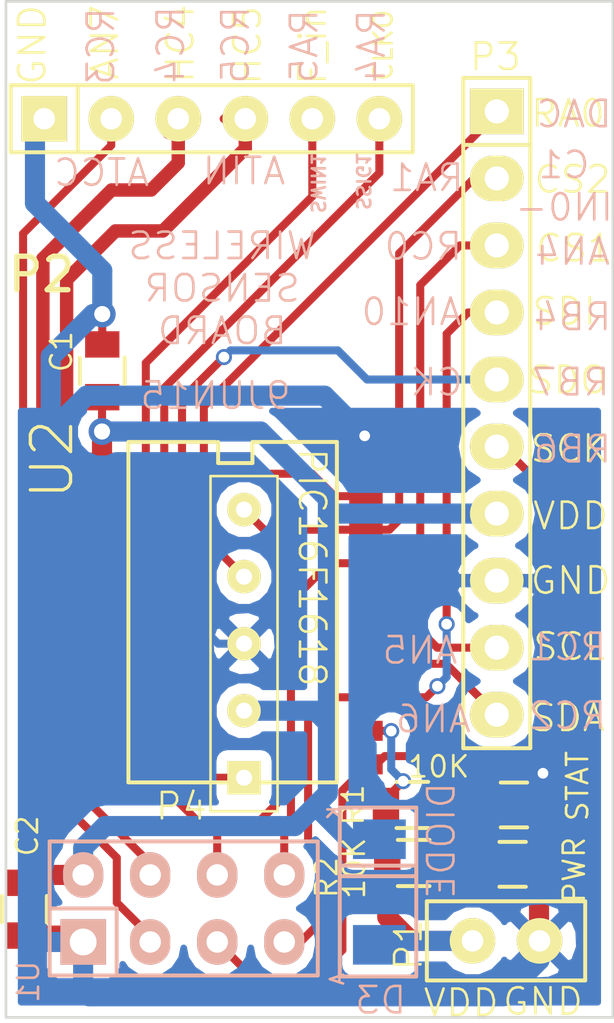
<source format=kicad_pcb>
(kicad_pcb (version 4) (host pcbnew 0.201504161001+5603~22~ubuntu14.04.1-product)

  (general
    (links 42)
    (no_connects 0)
    (area 128.412667 46.349999 151.950001 85.254)
    (thickness 1.6)
    (drawings 48)
    (tracks 224)
    (zones 0)
    (modules 13)
    (nets 24)
  )

  (page A4)
  (layers
    (0 F.Cu signal)
    (31 B.Cu signal)
    (32 B.Adhes user)
    (33 F.Adhes user)
    (34 B.Paste user)
    (35 F.Paste user)
    (36 B.SilkS user)
    (37 F.SilkS user)
    (38 B.Mask user)
    (39 F.Mask user)
    (40 Dwgs.User user)
    (41 Cmts.User user)
    (42 Eco1.User user)
    (43 Eco2.User user)
    (44 Edge.Cuts user)
    (45 Margin user)
    (46 B.CrtYd user)
    (47 F.CrtYd user)
    (48 B.Fab user)
    (49 F.Fab user)
  )

  (setup
    (last_trace_width 0.3048)
    (user_trace_width 0.508)
    (user_trace_width 0.762)
    (user_trace_width 1.016)
    (trace_clearance 0.254)
    (zone_clearance 0.4)
    (zone_45_only no)
    (trace_min 0.000394)
    (segment_width 0.2)
    (edge_width 0.1)
    (via_size 0.6096)
    (via_drill 0.4064)
    (via_min_size 0.000787)
    (via_min_drill 0.299974)
    (user_via 1.016 0.6096)
    (uvia_size 0.3)
    (uvia_drill 0.1)
    (uvias_allowed no)
    (uvia_min_size 0)
    (uvia_min_drill 0)
    (pcb_text_width 0.3)
    (pcb_text_size 1.5 1.5)
    (mod_edge_width 0.15)
    (mod_text_size 1 1)
    (mod_text_width 0.15)
    (pad_size 1.524 1.7272)
    (pad_drill 0.8128)
    (pad_to_mask_clearance 0)
    (aux_axis_origin 0 0)
    (visible_elements 7FFFFF7F)
    (pcbplotparams
      (layerselection 0x010f0_80000001)
      (usegerberextensions false)
      (excludeedgelayer true)
      (linewidth 0.100000)
      (plotframeref false)
      (viasonmask false)
      (mode 1)
      (useauxorigin false)
      (hpglpennumber 1)
      (hpglpenspeed 20)
      (hpglpendiameter 15)
      (hpglpenoverlay 2)
      (psnegative false)
      (psa4output false)
      (plotreference true)
      (plotvalue true)
      (plotinvisibletext false)
      (padsonsilk false)
      (subtractmaskfromsilk false)
      (outputformat 1)
      (mirror false)
      (drillshape 0)
      (scaleselection 1)
      (outputdirectory Gerber/))
  )

  (net 0 "")
  (net 1 "Net-(D1-Pad1)")
  (net 2 GND)
  (net 3 "Net-(D2-Pad1)")
  (net 4 /VDD)
  (net 5 /RA0)
  (net 6 /RA1)
  (net 7 /RC0)
  (net 8 /RA4)
  (net 9 /RA5)
  (net 10 /SDI)
  (net 11 /SDO)
  (net 12 /SCK)
  (net 13 /SCL)
  (net 14 /SDA)
  (net 15 /MCLR)
  (net 16 /RC3)
  (net 17 /RC4)
  (net 18 /RC5)
  (net 19 "Net-(R1-Pad1)")
  (net 20 "Net-(U1-Pad3)")
  (net 21 "Net-(U1-Pad4)")
  (net 22 /RA2)
  (net 23 "Net-(D3-Pad1)")

  (net_class Default "This is the default net class."
    (clearance 0.254)
    (trace_width 0.3048)
    (via_dia 0.6096)
    (via_drill 0.4064)
    (uvia_dia 0.3)
    (uvia_drill 0.1)
    (add_net /MCLR)
    (add_net /RA0)
    (add_net /RA1)
    (add_net /RA2)
    (add_net /RA4)
    (add_net /RA5)
    (add_net /RC0)
    (add_net /RC3)
    (add_net /RC4)
    (add_net /RC5)
    (add_net /SCK)
    (add_net /SCL)
    (add_net /SDA)
    (add_net /SDI)
    (add_net /SDO)
    (add_net /VDD)
    (add_net GND)
    (add_net "Net-(D1-Pad1)")
    (add_net "Net-(D2-Pad1)")
    (add_net "Net-(D3-Pad1)")
    (add_net "Net-(R1-Pad1)")
    (add_net "Net-(U1-Pad3)")
    (add_net "Net-(U1-Pad4)")
  )

  (module MyLib:C_0805 (layer F.Cu) (tedit 55337CD7) (tstamp 557570B9)
    (at 132.55 60.4 90)
    (descr "Capacitor SMD 0805, reflow soldering, AVX (see smccp.pdf), AVX (see smccp.pdf)")
    (tags "capacitor 0805")
    (path /5570125F)
    (attr smd)
    (fp_text reference C1 (at 0.725 -1.55 90) (layer F.SilkS)
      (effects (font (size 0.8 0.8) (thickness 0.1)))
    )
    (fp_text value .1u (at -0.05 0.05 90) (layer F.SilkS) hide
      (effects (font (size 0.8 0.8) (thickness 0.1)))
    )
    (fp_line (start 0.5 -0.85) (end -0.5 -0.85) (layer F.SilkS) (width 0.15))
    (fp_line (start -0.5 0.85) (end 0.5 0.85) (layer F.SilkS) (width 0.15))
    (pad 1 smd rect (at -1 0 90) (size 1 1.3) (layers F.Cu F.Paste F.Mask)
      (net 4 /VDD))
    (pad 2 smd rect (at 1 0 90) (size 1 1.3) (layers F.Cu F.Paste F.Mask)
      (net 2 GND))
    (model Capacitors_SMD/C_0805N.wrl
      (at (xyz 0 0 0))
      (scale (xyz 1 1 1))
      (rotate (xyz 0 0 0))
    )
  )

  (module MyLib:C_0805 (layer F.Cu) (tedit 55763E20) (tstamp 557570BF)
    (at 129.6 80.8 90)
    (descr "Capacitor SMD 0805, reflow soldering, AVX (see smccp.pdf), AVX (see smccp.pdf)")
    (tags "capacitor 0805")
    (path /55701252)
    (attr smd)
    (fp_text reference C2 (at 2.7752 0.1108 90) (layer F.SilkS)
      (effects (font (size 0.8 0.8) (thickness 0.1)))
    )
    (fp_text value .1u (at -0.05 0.05 90) (layer F.SilkS) hide
      (effects (font (size 0.8 0.8) (thickness 0.1)))
    )
    (fp_line (start 0.5 -0.85) (end -0.5 -0.85) (layer F.SilkS) (width 0.15))
    (fp_line (start -0.5 0.85) (end 0.5 0.85) (layer F.SilkS) (width 0.15))
    (pad 1 smd rect (at -1 0 90) (size 1 1.3) (layers F.Cu F.Paste F.Mask)
      (net 2 GND))
    (pad 2 smd rect (at 1 0 90) (size 1 1.3) (layers F.Cu F.Paste F.Mask)
      (net 4 /VDD))
    (model Capacitors_SMD/C_0805N.wrl
      (at (xyz 0 0 0))
      (scale (xyz 1 1 1))
      (rotate (xyz 0 0 0))
    )
  )

  (module MyLib:C_0805 (layer F.Cu) (tedit 557667D4) (tstamp 557570C5)
    (at 148.15 76.85)
    (descr "Capacitor SMD 0805, reflow soldering, AVX (see smccp.pdf), AVX (see smccp.pdf)")
    (tags "capacitor 0805")
    (path /55755E31)
    (attr smd)
    (fp_text reference STAT (at 2.4085 -0.7135 90) (layer F.SilkS)
      (effects (font (size 0.8 0.8) (thickness 0.1)))
    )
    (fp_text value LED (at -0.05 0.05) (layer F.SilkS) hide
      (effects (font (size 0.8 0.8) (thickness 0.1)))
    )
    (fp_line (start 0.5 -0.85) (end -0.5 -0.85) (layer F.SilkS) (width 0.15))
    (fp_line (start -0.5 0.85) (end 0.5 0.85) (layer F.SilkS) (width 0.15))
    (pad 1 smd rect (at -1 0) (size 1 1.3) (layers F.Cu F.Paste F.Mask)
      (net 1 "Net-(D1-Pad1)"))
    (pad 2 smd rect (at 1 0) (size 1 1.3) (layers F.Cu F.Paste F.Mask)
      (net 2 GND))
    (model Capacitors_SMD/C_0805N.wrl
      (at (xyz 0 0 0))
      (scale (xyz 1 1 1))
      (rotate (xyz 0 0 0))
    )
  )

  (module MyLib:C_0805 (layer F.Cu) (tedit 557667DC) (tstamp 557570CB)
    (at 148.1 79.1)
    (descr "Capacitor SMD 0805, reflow soldering, AVX (see smccp.pdf), AVX (see smccp.pdf)")
    (tags "capacitor 0805")
    (path /557558D8)
    (attr smd)
    (fp_text reference PWR (at 2.3315 0.2115 270) (layer F.SilkS)
      (effects (font (size 0.8 0.8) (thickness 0.1)))
    )
    (fp_text value LED (at -0.05 0.05) (layer F.SilkS) hide
      (effects (font (size 0.8 0.8) (thickness 0.1)))
    )
    (fp_line (start 0.5 -0.85) (end -0.5 -0.85) (layer F.SilkS) (width 0.15))
    (fp_line (start -0.5 0.85) (end 0.5 0.85) (layer F.SilkS) (width 0.15))
    (pad 1 smd rect (at -1 0) (size 1 1.3) (layers F.Cu F.Paste F.Mask)
      (net 3 "Net-(D2-Pad1)"))
    (pad 2 smd rect (at 1 0) (size 1 1.3) (layers F.Cu F.Paste F.Mask)
      (net 2 GND))
    (model Capacitors_SMD/C_0805N.wrl
      (at (xyz 0 0 0))
      (scale (xyz 1 1 1))
      (rotate (xyz 0 0 0))
    )
  )

  (module MyLib:myPin_Header_Straight_1x02 (layer F.Cu) (tedit 55764803) (tstamp 557570D1)
    (at 147.85 82 180)
    (descr "Through hole pin header")
    (tags "pin header")
    (path /55701213)
    (fp_text reference P1 (at 3.7 -0.15 270) (layer F.SilkS)
      (effects (font (size 1 1) (thickness 0.1)))
    )
    (fp_text value POWER (at 0.05 0.25 180) (layer F.SilkS) hide
      (effects (font (size 1 1) (thickness 0.1)))
    )
    (fp_line (start -3 -1.5) (end 3 -1.5) (layer F.SilkS) (width 0.15))
    (fp_line (start 3 -1.5) (end 3 1.5) (layer F.SilkS) (width 0.15))
    (fp_line (start 3 1.5) (end -3 1.5) (layer F.SilkS) (width 0.15))
    (fp_line (start -3 1.5) (end -3 -1.5) (layer F.SilkS) (width 0.15))
    (pad 1 thru_hole circle (at -1.27 0 180) (size 1.7272 1.7272) (drill 0.8128) (layers *.Cu *.Mask F.SilkS)
      (net 2 GND))
    (pad 2 thru_hole circle (at 1.27 0 180) (size 1.7272 1.7272) (drill 0.8128) (layers *.Cu *.Mask F.SilkS)
      (net 23 "Net-(D3-Pad1)"))
    (model Pin_Headers/Pin_Header_Straight_1x06.wrl
      (at (xyz 0 0 0))
      (scale (xyz 1 1 1))
      (rotate (xyz 0 0 0))
    )
  )

  (module MyLib:Pin_Header_Straight_1x10-oval (layer F.Cu) (tedit 55765548) (tstamp 557570E5)
    (at 147.5 62 270)
    (descr "Through hole pin header")
    (tags "pin header")
    (path /55753087)
    (fp_text reference P3 (at -13.5 0.05 360) (layer F.SilkS)
      (effects (font (size 1 1) (thickness 0.1)))
    )
    (fp_text value I2C/SPI (at 0 0 270) (layer F.SilkS) hide
      (effects (font (size 1.27 1.27) (thickness 0.2032)))
    )
    (fp_line (start -10.16 -1.27) (end 12.7 -1.27) (layer F.SilkS) (width 0.15))
    (fp_line (start 12.7 -1.27) (end 12.7 1.27) (layer F.SilkS) (width 0.15))
    (fp_line (start 12.7 1.27) (end -10.16 1.27) (layer F.SilkS) (width 0.15))
    (fp_line (start -12.7 -1.27) (end -10.16 -1.27) (layer F.SilkS) (width 0.15))
    (fp_line (start -10.16 -1.27) (end -10.16 1.27) (layer F.SilkS) (width 0.15))
    (fp_line (start -12.7 -1.27) (end -12.7 1.27) (layer F.SilkS) (width 0.15))
    (fp_line (start -12.7 1.27) (end -10.16 1.27) (layer F.SilkS) (width 0.15))
    (pad 1 thru_hole rect (at -11.43 0 270) (size 1.7272 2.032) (drill 0.9144) (layers *.Cu *.Mask F.SilkS)
      (net 5 /RA0))
    (pad 2 thru_hole oval (at -8.89 0 270) (size 1.7272 2.032) (drill 0.9144) (layers *.Cu *.Mask F.SilkS)
      (net 6 /RA1))
    (pad 3 thru_hole oval (at -6.35 0 270) (size 1.7272 2.032) (drill 0.9144) (layers *.Cu *.Mask F.SilkS)
      (net 7 /RC0))
    (pad 4 thru_hole oval (at -3.81 0 270) (size 1.7272 2.032) (drill 0.9144) (layers *.Cu *.Mask F.SilkS)
      (net 10 /SDI))
    (pad 5 thru_hole oval (at -1.27 0 270) (size 1.7272 2.032) (drill 0.9144) (layers *.Cu *.Mask F.SilkS)
      (net 11 /SDO))
    (pad 6 thru_hole oval (at 1.27 0 270) (size 1.7272 2.032) (drill 0.9144) (layers *.Cu *.Mask F.SilkS)
      (net 12 /SCK))
    (pad 7 thru_hole oval (at 3.81 0 270) (size 1.7272 2.032) (drill 0.9144) (layers *.Cu *.Mask F.SilkS)
      (net 4 /VDD))
    (pad 8 thru_hole oval (at 6.35 0 270) (size 1.7272 2.032) (drill 0.9144) (layers *.Cu *.Mask F.SilkS)
      (net 2 GND))
    (pad 9 thru_hole oval (at 8.89 0 270) (size 1.7272 2.032) (drill 0.9144) (layers *.Cu *.Mask F.SilkS)
      (net 13 /SCL))
    (pad 10 thru_hole oval (at 11.43 0 270) (size 1.7272 2.032) (drill 0.9144) (layers *.Cu *.Mask F.SilkS)
      (net 14 /SDA))
    (model Pin_Headers/Pin_Header_Straight_1x10.wrl
      (at (xyz 0 0 0))
      (scale (xyz 1 1 1))
      (rotate (xyz 0 0 0))
    )
  )

  (module MyLib:PICKIT-PROG (layer F.Cu) (tedit 5576461A) (tstamp 557570EE)
    (at 137.922 70.739 90)
    (descr "Through hole pin header")
    (tags "pin header")
    (path /55702D41)
    (fp_text reference P4 (at -6.161 -2.372 180) (layer F.SilkS)
      (effects (font (size 1 1) (thickness 0.1)))
    )
    (fp_text value PROG (at 0.3 1.8 90) (layer F.SilkS) hide
      (effects (font (size 1.27 1.27) (thickness 0.2032)))
    )
    (fp_line (start -6.35 -1.27) (end 6.35 -1.27) (layer F.SilkS) (width 0.1))
    (fp_line (start 6.35 -1.27) (end 6.35 1.27) (layer F.SilkS) (width 0.1))
    (fp_line (start 6.35 1.27) (end -6.35 1.27) (layer F.SilkS) (width 0.1))
    (fp_line (start -6.35 1.27) (end -6.35 -1.27) (layer F.SilkS) (width 0.1))
    (pad 1 thru_hole rect (at -5.08 0 90) (size 1.27 1.27) (drill 0.6096) (layers *.Cu *.Mask F.SilkS)
      (net 15 /MCLR))
    (pad 2 thru_hole circle (at -2.54 0 90) (size 1.27 1.27) (drill 0.6096) (layers *.Cu *.Mask F.SilkS)
      (net 4 /VDD))
    (pad 3 thru_hole circle (at 0 0 90) (size 1.27 1.27) (drill 0.6096) (layers *.Cu *.Mask F.SilkS)
      (net 2 GND))
    (pad 4 thru_hole circle (at 2.54 0 90) (size 1.27 1.27) (drill 0.6096) (layers *.Cu *.Mask F.SilkS)
      (net 5 /RA0))
    (pad 5 thru_hole circle (at 5.08 0 90) (size 1.27 1.27) (drill 0.6096) (layers *.Cu *.Mask F.SilkS)
      (net 6 /RA1))
    (model Pin_Headers/Pin_Header_Straight_1x06.wrl
      (at (xyz 0 0 0))
      (scale (xyz 1 1 1))
      (rotate (xyz 0 0 0))
    )
  )

  (module MyLib:R_0805 (layer F.Cu) (tedit 557646AE) (tstamp 557570FC)
    (at 144.3 76.85)
    (descr "Resistor SMD 0805, reflow soldering, Vishay (see dcrcw.pdf)")
    (tags "resistor 0805")
    (path /55755E06)
    (attr smd)
    (fp_text reference R1 (at -2.25 0 90) (layer F.SilkS)
      (effects (font (size 0.8 0.8) (thickness 0.1)))
    )
    (fp_text value 10K (at 1 -1.45) (layer F.SilkS)
      (effects (font (size 0.8 0.8) (thickness 0.1)))
    )
    (fp_line (start 0.6 0.875) (end -0.6 0.875) (layer F.SilkS) (width 0.15))
    (fp_line (start -0.6 -0.875) (end 0.6 -0.875) (layer F.SilkS) (width 0.15))
    (pad 1 smd rect (at -1 0) (size 1 1.3) (layers F.Cu F.Paste F.Mask)
      (net 19 "Net-(R1-Pad1)"))
    (pad 2 smd rect (at 1 0) (size 1 1.3) (layers F.Cu F.Paste F.Mask)
      (net 1 "Net-(D1-Pad1)"))
    (model Resistors_SMD/R_0805.wrl
      (at (xyz 0 0 0))
      (scale (xyz 1 1 1))
      (rotate (xyz 0 0 0))
    )
  )

  (module MyLib:R_0805 (layer F.Cu) (tedit 55765A0A) (tstamp 55757102)
    (at 144.35 79.05 180)
    (descr "Resistor SMD 0805, reflow soldering, Vishay (see dcrcw.pdf)")
    (tags "resistor 0805")
    (path /55755A2C)
    (attr smd)
    (fp_text reference R2 (at 3.3 -0.55 270) (layer F.SilkS)
      (effects (font (size 0.8 0.8) (thickness 0.1)))
    )
    (fp_text value 10K (at 2.25 -0.2 270) (layer F.SilkS)
      (effects (font (size 0.8 0.8) (thickness 0.1)))
    )
    (fp_line (start 0.6 0.875) (end -0.6 0.875) (layer F.SilkS) (width 0.15))
    (fp_line (start -0.6 -0.875) (end 0.6 -0.875) (layer F.SilkS) (width 0.15))
    (pad 1 smd rect (at -1 0 180) (size 1 1.3) (layers F.Cu F.Paste F.Mask)
      (net 3 "Net-(D2-Pad1)"))
    (pad 2 smd rect (at 1 0 180) (size 1 1.3) (layers F.Cu F.Paste F.Mask)
      (net 23 "Net-(D3-Pad1)"))
    (model Resistors_SMD/R_0805.wrl
      (at (xyz 0 0 0))
      (scale (xyz 1 1 1))
      (rotate (xyz 0 0 0))
    )
  )

  (module MyLib:SOIC-20-W (layer F.Cu) (tedit 55764103) (tstamp 55757126)
    (at 137.541 69.596 270)
    (path /55701205)
    (attr smd)
    (fp_text reference U2 (at -5.846 6.891 270) (layer F.SilkS)
      (effects (font (thickness 0.127)))
    )
    (fp_text value PIC16F1618 (at 0.104 2.491 270) (layer F.SilkS) hide
      (effects (font (size 1 1) (thickness 0.1)))
    )
    (fp_line (start -6.5 4) (end -6.5 0.7) (layer F.SilkS) (width 0.15))
    (fp_line (start -6.5 4) (end 6.4 4) (layer F.SilkS) (width 0.15))
    (fp_line (start 6.4 4) (end 6.4 -3.9) (layer F.SilkS) (width 0.15))
    (fp_line (start 6.4 -3.9) (end -6.5 -3.9) (layer F.SilkS) (width 0.15))
    (fp_line (start -6.5 -3.9) (end -6.5 -0.7) (layer F.SilkS) (width 0.15))
    (fp_line (start -6.5 -0.7) (end -5.7 -0.7) (layer F.SilkS) (width 0.15))
    (fp_line (start -5.7 -0.7) (end -5.7 0.6) (layer F.SilkS) (width 0.15))
    (fp_line (start -5.7 0.6) (end -6.5 0.6) (layer F.SilkS) (width 0.15))
    (pad 1 smd rect (at -5.715 5 270) (size 0.762 1.27) (layers F.Cu F.Paste F.Mask)
      (net 4 /VDD))
    (pad 2 smd rect (at -4.445 5 270) (size 0.762 1.27) (layers F.Cu F.Paste F.Mask)
      (net 9 /RA5))
    (pad 3 smd rect (at -3.175 5 270) (size 0.762 1.27) (layers F.Cu F.Paste F.Mask)
      (net 8 /RA4))
    (pad 4 smd rect (at -1.905 5 270) (size 0.762 1.27) (layers F.Cu F.Paste F.Mask)
      (net 15 /MCLR))
    (pad 5 smd rect (at -0.635 5 270) (size 0.762 1.27) (layers F.Cu F.Paste F.Mask)
      (net 18 /RC5))
    (pad 6 smd rect (at 0.635 5 270) (size 0.762 1.27) (layers F.Cu F.Paste F.Mask)
      (net 17 /RC4))
    (pad 7 smd rect (at 1.905 5 270) (size 0.762 1.27) (layers F.Cu F.Paste F.Mask)
      (net 16 /RC3))
    (pad 8 smd rect (at 3.175 5 270) (size 0.762 1.27) (layers F.Cu F.Paste F.Mask)
      (net 20 "Net-(U1-Pad3)"))
    (pad 9 smd rect (at 4.445 5 270) (size 0.762 1.27) (layers F.Cu F.Paste F.Mask)
      (net 21 "Net-(U1-Pad4)"))
    (pad 10 smd rect (at 5.715 5 270) (size 0.762 1.27) (layers F.Cu F.Paste F.Mask)
      (net 11 /SDO))
    (pad 20 smd rect (at -5.715 -5 270) (size 0.762 1.27) (layers F.Cu F.Paste F.Mask)
      (net 2 GND))
    (pad 19 smd rect (at -4.445 -5 270) (size 0.762 1.27) (layers F.Cu F.Paste F.Mask)
      (net 5 /RA0))
    (pad 18 smd rect (at -3.175 -5 270) (size 0.762 1.27) (layers F.Cu F.Paste F.Mask)
      (net 6 /RA1))
    (pad 17 smd rect (at -1.905 -5 270) (size 0.762 1.27) (layers F.Cu F.Paste F.Mask)
      (net 22 /RA2))
    (pad 16 smd rect (at -0.635 -5 270) (size 0.762 1.27) (layers F.Cu F.Paste F.Mask)
      (net 7 /RC0))
    (pad 15 smd rect (at 0.635 -5 270) (size 0.762 1.27) (layers F.Cu F.Paste F.Mask)
      (net 13 /SCL))
    (pad 14 smd rect (at 1.905 -5 270) (size 0.762 1.27) (layers F.Cu F.Paste F.Mask)
      (net 14 /SDA))
    (pad 13 smd rect (at 3.175 -5 270) (size 0.762 1.27) (layers F.Cu F.Paste F.Mask)
      (net 10 /SDI))
    (pad 12 smd rect (at 4.445 -5 270) (size 0.762 1.27) (layers F.Cu F.Paste F.Mask)
      (net 19 "Net-(R1-Pad1)"))
    (pad 11 smd rect (at 5.715 -5 270) (size 0.762 1.27) (layers F.Cu F.Paste F.Mask)
      (net 12 /SCK))
    (model smd/cms_soj24.wrl
      (at (xyz 0 0 0))
      (scale (xyz 0.5 0.6 0.5))
      (rotate (xyz 0 0 0))
    )
  )

  (module MyLib:NRF-8PIN (layer B.Cu) (tedit 55764669) (tstamp 55764328)
    (at 135.636 80.772 180)
    (descr "Through hole socket strip")
    (tags "socket strip")
    (path /5570120C)
    (fp_text reference U1 (at 5.886 -2.778 270) (layer B.SilkS)
      (effects (font (size 0.8 0.8) (thickness 0.1)) (justify mirror))
    )
    (fp_text value NRF24L01 (at -0.125 -0.699999 180) (layer B.SilkS) hide
      (effects (font (size 1.27 1.27) (thickness 0.2032)) (justify mirror))
    )
    (fp_line (start 2.54 -2.54) (end -5.08 -2.54) (layer B.SilkS) (width 0.15))
    (fp_line (start -5.08 -2.54) (end -5.08 2.54) (layer B.SilkS) (width 0.15))
    (fp_line (start -5.08 2.54) (end 5.08 2.54) (layer B.SilkS) (width 0.15))
    (fp_line (start 5.08 2.54) (end 5.08 0) (layer B.SilkS) (width 0.15))
    (fp_line (start 5.08 -2.54) (end 2.54 -2.54) (layer B.SilkS) (width 0.15))
    (fp_line (start 5.08 0) (end 2.54 0) (layer B.SilkS) (width 0.15))
    (fp_line (start 2.54 0) (end 2.54 -2.54) (layer B.SilkS) (width 0.15))
    (fp_line (start 5.08 -2.54) (end 5.08 0) (layer B.SilkS) (width 0.15))
    (pad 1 thru_hole rect (at 3.81 -1.27) (size 1.7272 1.7272) (drill 1.016) (layers *.Cu *.Mask B.SilkS)
      (net 2 GND))
    (pad 2 thru_hole oval (at 3.81 1.27) (size 1.524 1.7272) (drill 0.8128) (layers *.Cu *.Mask B.SilkS)
      (net 4 /VDD))
    (pad 3 thru_hole oval (at 1.27 -1.27) (size 1.524 1.7272) (drill 0.8128) (layers *.Cu *.Mask B.SilkS)
      (net 20 "Net-(U1-Pad3)"))
    (pad 4 thru_hole oval (at 1.27 1.27) (size 1.524 1.7272) (drill 0.8128) (layers *.Cu *.Mask B.SilkS)
      (net 21 "Net-(U1-Pad4)"))
    (pad 5 thru_hole oval (at -1.27 -1.27) (size 1.524 1.7272) (drill 0.8128) (layers *.Cu *.Mask B.SilkS)
      (net 12 /SCK))
    (pad 6 thru_hole oval (at -1.27 1.27) (size 1.524 1.7272) (drill 0.8128) (layers *.Cu *.Mask B.SilkS)
      (net 11 /SDO))
    (pad 7 thru_hole oval (at -3.81 -1.27) (size 1.524 1.7272) (drill 0.8128) (layers *.Cu *.Mask B.SilkS)
      (net 10 /SDI))
    (pad 8 thru_hole oval (at -3.81 1.27) (size 1.524 1.7272) (drill 0.8128) (layers *.Cu *.Mask B.SilkS)
      (net 22 /RA2))
    (model Socket_Strips/Socket_Strip_Straight_2x04.wrl
      (at (xyz 0 0 0))
      (scale (xyz 1 1 1))
      (rotate (xyz 0 0 0))
    )
  )

  (module MyLib:myPin_Header_Straight_1x06 (layer F.Cu) (tedit 55765395) (tstamp 55765385)
    (at 136.7 50.85)
    (descr "Through hole pin header")
    (tags "pin header")
    (path /5576A785)
    (fp_text reference P2 (at -6.45 5.9) (layer F.SilkS)
      (effects (font (size 1.27 1.27) (thickness 0.2032)))
    )
    (fp_text value gpio (at 0.3 1.8) (layer F.SilkS) hide
      (effects (font (size 1.27 1.27) (thickness 0.2032)))
    )
    (fp_line (start -5.08 -1.27) (end 7.62 -1.27) (layer F.SilkS) (width 0.15))
    (fp_line (start 7.62 -1.27) (end 7.62 1.27) (layer F.SilkS) (width 0.15))
    (fp_line (start 7.62 1.27) (end -5.08 1.27) (layer F.SilkS) (width 0.15))
    (fp_line (start -7.62 -1.27) (end -5.08 -1.27) (layer F.SilkS) (width 0.15))
    (fp_line (start -5.08 -1.27) (end -5.08 1.27) (layer F.SilkS) (width 0.15))
    (fp_line (start -7.62 -1.27) (end -7.62 1.27) (layer F.SilkS) (width 0.15))
    (fp_line (start -7.62 1.27) (end -5.08 1.27) (layer F.SilkS) (width 0.15))
    (pad 1 thru_hole rect (at -6.35 0) (size 1.7272 1.7272) (drill 0.8128) (layers *.Cu *.Mask F.SilkS)
      (net 2 GND))
    (pad 2 thru_hole circle (at -3.81 0) (size 1.7272 1.7272) (drill 0.8128) (layers *.Cu *.Mask F.SilkS)
      (net 16 /RC3))
    (pad 3 thru_hole circle (at -1.27 0) (size 1.7272 1.7272) (drill 0.8128) (layers *.Cu *.Mask F.SilkS)
      (net 17 /RC4))
    (pad 4 thru_hole circle (at 1.27 0) (size 1.7272 1.7272) (drill 0.8128) (layers *.Cu *.Mask F.SilkS)
      (net 18 /RC5))
    (pad 5 thru_hole circle (at 3.81 0) (size 1.7272 1.7272) (drill 0.8128) (layers *.Cu *.Mask F.SilkS)
      (net 9 /RA5))
    (pad 6 thru_hole circle (at 6.35 0) (size 1.7272 1.7272) (drill 0.8128) (layers *.Cu *.Mask F.SilkS)
      (net 8 /RA4))
    (model Pin_Headers/Pin_Header_Straight_1x06.wrl
      (at (xyz 0 0 0))
      (scale (xyz 1 1 1))
      (rotate (xyz 0 0 0))
    )
  )

  (module MyLib:Diode-SMA_Standard (layer B.Cu) (tedit 557659B5) (tstamp 557659DF)
    (at 143.05 80.15 90)
    (descr "Diode SMA")
    (tags "Diode SMA")
    (path /5576ACE9)
    (attr smd)
    (fp_text reference D3 (at -4.1 0.05 180) (layer B.SilkS)
      (effects (font (size 1 1) (thickness 0.1)) (justify mirror))
    )
    (fp_text value DIODE (at 1.95 2.35 90) (layer B.SilkS)
      (effects (font (size 1 1) (thickness 0.1)) (justify mirror))
    )
    (fp_line (start -3.2 1.3) (end -3.2 1) (layer B.SilkS) (width 0.15))
    (fp_line (start 0.6 1.2) (end 0.6 1.4) (layer B.SilkS) (width 0.15))
    (fp_line (start 1 1.3) (end 1 -1.5) (layer B.SilkS) (width 0.15))
    (fp_line (start 1 -1.5) (end 0.6 -1.5) (layer B.SilkS) (width 0.15))
    (fp_line (start 0.6 -1.5) (end 0.6 1.3) (layer B.SilkS) (width 0.15))
    (fp_line (start -3.2 1.3) (end -3.2 -1.5) (layer B.SilkS) (width 0.15))
    (fp_line (start -3.2 -1.5) (end 3.2 -1.5) (layer B.SilkS) (width 0.15))
    (fp_line (start 3.2 -1.5) (end 3.2 1.4) (layer B.SilkS) (width 0.15))
    (fp_line (start 3.2 1.4) (end -3.2 1.4) (layer B.SilkS) (width 0.15))
    (fp_line (start -3.2 1.4) (end -3.2 1.3) (layer B.SilkS) (width 0.15))
    (fp_text user A (at -3.29946 -1.6002 90) (layer B.SilkS)
      (effects (font (size 0.50038 0.50038) (thickness 0.09906)) (justify mirror))
    )
    (fp_text user K (at 2.99974 -1.69926 90) (layer B.SilkS)
      (effects (font (size 0.50038 0.50038) (thickness 0.09906)) (justify mirror))
    )
    (pad 1 smd rect (at -2 0 90) (size 1.5 2) (layers B.Cu B.Paste B.Mask)
      (net 23 "Net-(D3-Pad1)"))
    (pad 2 smd rect (at 2 0 90) (size 1.5 2) (layers B.Cu B.Paste B.Mask)
      (net 4 /VDD))
    (model smd/do214.wrl
      (at (xyz 0 0 0))
      (scale (xyz 1 1 1))
      (rotate (xyz 0 0 0))
    )
  )

  (gr_text ATCC (at 132.5245 52.8955) (layer B.SilkS)
    (effects (font (size 1 1) (thickness 0.1)) (justify mirror))
  )
  (gr_text F_in (at 140.5255 48.0695 90) (layer F.SilkS)
    (effects (font (size 1 1) (thickness 0.1)))
  )
  (gr_text CLKO (at 143.1925 48.0695 90) (layer F.SilkS)
    (effects (font (size 0.7 0.7) (thickness 0.1)))
  )
  (gr_text SSIG1 (at 142.4305 53.213 270) (layer B.SilkS)
    (effects (font (size 0.5 0.5) (thickness 0.1)) (justify mirror))
  )
  (gr_text SWIN1 (at 140.716 53.2765 270) (layer B.SilkS)
    (effects (font (size 0.5 0.5) (thickness 0.1)) (justify mirror))
  )
  (gr_text ATIN (at 137.922 52.832) (layer B.SilkS)
    (effects (font (size 1 1) (thickness 0.1)) (justify mirror))
  )
  (gr_text HC5 (at 138.049 48.0695 90) (layer F.SilkS)
    (effects (font (size 1 1) (thickness 0.1)))
  )
  (gr_text HC4 (at 135.509 48.006 90) (layer F.SilkS)
    (effects (font (size 1 1) (thickness 0.1)))
  )
  (gr_text AN7 (at 132.6515 47.9425 90) (layer F.SilkS)
    (effects (font (size 1 1) (thickness 0.1)))
  )
  (gr_text CS1 (at 150.4315 55.753) (layer F.SilkS)
    (effects (font (size 1 1) (thickness 0.1)))
  )
  (gr_text CS2 (at 150.368 53.1495) (layer F.SilkS)
    (effects (font (size 1 1) (thickness 0.1)))
  )
  (gr_text RC2 (at 150.1775 73.4695) (layer B.SilkS)
    (effects (font (size 1 1) (thickness 0.1)) (justify mirror))
  )
  (gr_text RC1 (at 150.1775 70.866) (layer B.SilkS)
    (effects (font (size 1 1) (thickness 0.1)) (justify mirror))
  )
  (gr_text AN6 (at 145.0975 73.5965) (layer B.SilkS)
    (effects (font (size 1 1) (thickness 0.1)) (justify mirror))
  )
  (gr_text AN5 (at 144.5895 70.993) (layer B.SilkS)
    (effects (font (size 1 1) (thickness 0.1)) (justify mirror))
  )
  (gr_text RB4 (at 150.368 58.3565) (layer B.SilkS)
    (effects (font (size 1 1) (thickness 0.1)) (justify mirror))
  )
  (gr_text RB7 (at 150.3045 60.833) (layer B.SilkS)
    (effects (font (size 1 1) (thickness 0.1)) (justify mirror))
  )
  (gr_text RB6 (at 150.368 63.373) (layer B.SilkS)
    (effects (font (size 1 1) (thickness 0.1)) (justify mirror))
  )
  (gr_text CK (at 145.2245 60.833) (layer B.SilkS)
    (effects (font (size 1 1) (thickness 0.1)) (justify mirror))
  )
  (gr_text AN10 (at 144.272 58.166) (layer B.SilkS)
    (effects (font (size 1 1) (thickness 0.1)) (justify mirror))
  )
  (gr_text AN4 (at 150.368 55.88) (layer B.SilkS)
    (effects (font (size 1 1) (thickness 0.1)) (justify mirror))
  )
  (gr_text "C1\nIN0-" (at 150.0505 53.4035) (layer B.SilkS)
    (effects (font (size 1 1) (thickness 0.1)) (justify mirror))
  )
  (gr_text DAC (at 150.4315 50.673) (layer B.SilkS)
    (effects (font (size 1 1) (thickness 0.1)) (justify mirror))
  )
  (gr_line (start 128.9 46.4) (end 151.9 46.4) (angle 90) (layer Edge.Cuts) (width 0.1))
  (gr_line (start 128.9 84.9) (end 128.9 46.4) (angle 90) (layer Edge.Cuts) (width 0.1))
  (gr_line (start 151.9 84.9) (end 128.9 84.9) (angle 90) (layer Edge.Cuts) (width 0.1))
  (gr_line (start 151.9 46.4) (end 151.9 84.9) (angle 90) (layer Edge.Cuts) (width 0.1))
  (gr_text RC4 (at 135.15 48.05 90) (layer B.SilkS)
    (effects (font (size 1 1) (thickness 0.1)) (justify mirror))
  )
  (gr_text GND (at 149.25 84.3) (layer F.SilkS)
    (effects (font (size 1 1) (thickness 0.1)))
  )
  (gr_text VDD (at 146.15 84.35) (layer F.SilkS)
    (effects (font (size 1 1) (thickness 0.1)))
  )
  (gr_text 9JUN15 (at 136.8425 61.341) (layer B.SilkS)
    (effects (font (size 1 1) (thickness 0.1)) (justify mirror))
  )
  (gr_text "WIRELESS\nSENSOR\nBOARD" (at 137.0965 57.277) (layer B.SilkS)
    (effects (font (size 1 1) (thickness 0.1)) (justify mirror))
  )
  (gr_text RA4 (at 142.75 48.1 90) (layer B.SilkS)
    (effects (font (size 1 1) (thickness 0.1)) (justify mirror))
  )
  (gr_text RA5 (at 140.2 48.1 90) (layer B.SilkS)
    (effects (font (size 1 1) (thickness 0.1)) (justify mirror))
  )
  (gr_text RC5 (at 137.6 48.05 90) (layer B.SilkS)
    (effects (font (size 1 1) (thickness 0.1)) (justify mirror))
  )
  (gr_text RC3 (at 132.5 48.1 90) (layer B.SilkS)
    (effects (font (size 1 1) (thickness 0.1)) (justify mirror))
  )
  (gr_text SDA (at 150.2 73.55) (layer F.SilkS)
    (effects (font (size 1 1) (thickness 0.1)))
  )
  (gr_text SCL (at 150.25 70.85) (layer F.SilkS)
    (effects (font (size 1 1) (thickness 0.1)))
  )
  (gr_text GND (at 150.3 68.35) (layer F.SilkS)
    (effects (font (size 1 1) (thickness 0.1)))
  )
  (gr_text VDD (at 150.3 65.9) (layer F.SilkS)
    (effects (font (size 1 1) (thickness 0.1)))
  )
  (gr_text SCK (at 150.25 63.35) (layer F.SilkS)
    (effects (font (size 1 1) (thickness 0.1)))
  )
  (gr_text SDO (at 150.2 60.75) (layer F.SilkS)
    (effects (font (size 1 1) (thickness 0.1)))
  )
  (gr_text SDI (at 150.05 58.15) (layer F.SilkS)
    (effects (font (size 1 1) (thickness 0.1)))
  )
  (gr_text RC0 (at 144.7165 55.6895) (layer B.SilkS)
    (effects (font (size 1 1) (thickness 0.1)) (justify mirror))
  )
  (gr_text RA1 (at 144.8435 53.086) (layer B.SilkS)
    (effects (font (size 1 1) (thickness 0.1)) (justify mirror))
  )
  (gr_text RA0 (at 150.2 50.65) (layer F.SilkS)
    (effects (font (size 1 1) (thickness 0.1)))
  )
  (gr_text GND (at 129.9 48.05 90) (layer F.SilkS)
    (effects (font (size 1 1) (thickness 0.1)))
  )
  (gr_text PIC16F1618 (at 140.5 67.85 270) (layer F.SilkS)
    (effects (font (size 1 1) (thickness 0.1)))
  )

  (segment (start 147.15 76.85) (end 145.3 76.85) (width 0.3048) (layer F.Cu) (net 1) (status 30))
  (segment (start 142.541 63.881) (end 142.541 62.912) (width 0.762) (layer F.Cu) (net 2))
  (segment (start 142.541 62.912) (end 142.494 62.865) (width 0.762) (layer F.Cu) (net 2) (tstamp 557662AE))
  (via (at 142.494 62.865) (size 0.6096) (layers F.Cu B.Cu) (net 2))
  (segment (start 142.494 62.865) (end 140.97 61.341) (width 0.762) (layer B.Cu) (net 2) (tstamp 557662B5))
  (segment (start 140.97 61.341) (end 131.953 61.341) (width 0.762) (layer B.Cu) (net 2) (tstamp 557662B6))
  (segment (start 131.953 61.341) (end 130.6 62.694) (width 0.762) (layer B.Cu) (net 2) (tstamp 557662C6))
  (segment (start 132.55 58.25) (end 132.55 56.6) (width 0.762) (layer B.Cu) (net 2))
  (segment (start 130 54.05) (end 130 50.85) (width 0.762) (layer B.Cu) (net 2) (tstamp 55765491))
  (segment (start 132.55 56.6) (end 130 54.05) (width 0.762) (layer B.Cu) (net 2) (tstamp 55765490))
  (segment (start 132.55 58.25) (end 132.2 58.25) (width 0.762) (layer B.Cu) (net 2))
  (segment (start 130.442 82.042) (end 131.826 82.042) (width 0.762) (layer B.Cu) (net 2) (tstamp 557644A1) (status 20))
  (segment (start 129.8 81.4) (end 130.442 82.042) (width 0.762) (layer B.Cu) (net 2) (tstamp 557644A0))
  (segment (start 129.8 76.65) (end 129.8 81.4) (width 0.762) (layer B.Cu) (net 2) (tstamp 5576449F))
  (segment (start 130.6 75.85) (end 129.8 76.65) (width 0.762) (layer B.Cu) (net 2) (tstamp 5576449C))
  (segment (start 130.6 59.85) (end 130.6 62.694) (width 0.762) (layer B.Cu) (net 2) (tstamp 5576449A))
  (segment (start 130.6 62.694) (end 130.6 75.85) (width 0.762) (layer B.Cu) (net 2) (tstamp 557662D5))
  (segment (start 132.2 58.25) (end 130.6 59.85) (width 0.762) (layer B.Cu) (net 2) (tstamp 55764499))
  (segment (start 137.922 70.739) (end 136.939 70.739) (width 0.3048) (layer B.Cu) (net 2) (status 10))
  (segment (start 130.8 60) (end 132.55 58.25) (width 0.3048) (layer B.Cu) (net 2) (tstamp 557643B8))
  (segment (start 130.8 64.6) (end 130.8 60) (width 0.3048) (layer B.Cu) (net 2) (tstamp 557643B6))
  (segment (start 136.939 70.739) (end 130.8 64.6) (width 0.3048) (layer B.Cu) (net 2) (tstamp 557643B5))
  (via (at 132.55 58.25) (size 1.016) (drill 0.6096) (layers F.Cu B.Cu) (net 2))
  (segment (start 132.55 59.4) (end 132.55 58.25) (width 0.3048) (layer F.Cu) (net 2) (status 10))
  (segment (start 149.25 75.65) (end 149.25 69) (width 0.3048) (layer B.Cu) (net 2))
  (segment (start 149.15 75.75) (end 149.25 75.65) (width 0.3048) (layer F.Cu) (net 2) (tstamp 5576439B))
  (via (at 149.25 75.65) (size 0.6096) (layers F.Cu B.Cu) (net 2))
  (segment (start 149.15 76.85) (end 149.15 75.75) (width 0.3048) (layer F.Cu) (net 2) (status 10))
  (segment (start 148.6 68.35) (end 147.5 68.35) (width 0.3048) (layer B.Cu) (net 2) (tstamp 557643A5) (status 20))
  (segment (start 149.25 69) (end 148.6 68.35) (width 0.3048) (layer B.Cu) (net 2) (tstamp 557643A3))
  (segment (start 129.6 81.8) (end 131.584 81.8) (width 0.762) (layer F.Cu) (net 2) (status 30))
  (segment (start 131.584 81.8) (end 131.826 82.042) (width 0.762) (layer F.Cu) (net 2) (tstamp 55763F70) (status 30))
  (segment (start 149.15 76.85) (end 149.15 79.05) (width 0.3048) (layer F.Cu) (net 2) (status 30))
  (segment (start 149.15 79.05) (end 149.1 79.1) (width 0.3048) (layer F.Cu) (net 2) (tstamp 55763DE9) (status 30))
  (segment (start 131.7592 81.9752) (end 131.826 82.042) (width 0.75) (layer F.Cu) (net 2) (tstamp 557589F6) (status 30))
  (segment (start 149.1 81.98) (end 149.12 82) (width 0.762) (layer F.Cu) (net 2) (tstamp 55765A76))
  (segment (start 149.1 79.1) (end 149.1 81.98) (width 0.762) (layer F.Cu) (net 2))
  (segment (start 147.75 84.1) (end 132.05 84.1) (width 0.762) (layer B.Cu) (net 2) (tstamp 55765A7D))
  (segment (start 132.05 84.1) (end 131.826 83.876) (width 0.762) (layer B.Cu) (net 2) (tstamp 55765A7E))
  (segment (start 131.826 83.876) (end 131.826 82.042) (width 0.762) (layer B.Cu) (net 2) (tstamp 55765A7F))
  (segment (start 149.12 82.73) (end 147.75 84.1) (width 0.762) (layer B.Cu) (net 2) (tstamp 55765A7C))
  (segment (start 149.12 82) (end 149.12 82.73) (width 0.762) (layer B.Cu) (net 2))
  (segment (start 145.4 79.1) (end 145.35 79.05) (width 0.762) (layer F.Cu) (net 3) (tstamp 55765AAB))
  (segment (start 147.1 79.1) (end 145.4 79.1) (width 0.762) (layer F.Cu) (net 3))
  (segment (start 141.1 72.55) (end 141.1 75.35) (width 0.762) (layer B.Cu) (net 4))
  (segment (start 141.1 75.35) (end 141.1 76.4) (width 0.762) (layer B.Cu) (net 4) (tstamp 55764479))
  (segment (start 131.826 78.474) (end 131.826 79.502) (width 0.762) (layer B.Cu) (net 4) (tstamp 55764476) (status 20))
  (segment (start 132.65 77.65) (end 131.826 78.474) (width 0.762) (layer B.Cu) (net 4) (tstamp 55764474))
  (segment (start 139.85 77.65) (end 132.65 77.65) (width 0.762) (layer B.Cu) (net 4) (tstamp 55764473))
  (segment (start 140.625 76.875) (end 139.85 77.65) (width 0.762) (layer B.Cu) (net 4) (tstamp 55765A74))
  (segment (start 141.1 76.4) (end 140.625 76.875) (width 0.762) (layer B.Cu) (net 4) (tstamp 55764472))
  (segment (start 132.541 63.881) (end 132.541 62.7) (width 0.762) (layer F.Cu) (net 4) (status 10))
  (segment (start 147.5 65.81) (end 141.1 65.81) (width 0.762) (layer B.Cu) (net 4) (status 10))
  (segment (start 141.11 65.8) (end 141.1 65.8) (width 0.762) (layer B.Cu) (net 4) (tstamp 557640A9))
  (segment (start 141.1 65.81) (end 141.11 65.8) (width 0.762) (layer B.Cu) (net 4) (tstamp 557640A6))
  (segment (start 141.1 65.8) (end 141.1 65.25) (width 0.762) (layer B.Cu) (net 4) (tstamp 557640AA))
  (segment (start 138.55 62.7) (end 132.541 62.7) (width 0.762) (layer B.Cu) (net 4) (tstamp 5576409F))
  (segment (start 141.1 65.25) (end 138.55 62.7) (width 0.762) (layer B.Cu) (net 4) (tstamp 5576409E))
  (segment (start 137.922 73.279) (end 140.629 73.279) (width 0.762) (layer B.Cu) (net 4) (status 10))
  (segment (start 140.629 73.279) (end 141.1 73.75) (width 0.762) (layer B.Cu) (net 4) (tstamp 55764087))
  (segment (start 141.1 73.75) (end 141.1 72.55) (width 0.762) (layer B.Cu) (net 4) (tstamp 5576408A))
  (segment (start 141.1 72.55) (end 141.1 65.8) (width 0.762) (layer B.Cu) (net 4) (tstamp 55764437))
  (segment (start 131.826 79.502) (end 129.898 79.502) (width 0.762) (layer F.Cu) (net 4) (status 30))
  (segment (start 129.898 79.502) (end 129.6 79.8) (width 0.762) (layer F.Cu) (net 4) (tstamp 55763F6D) (status 30))
  (via (at 132.541 62.7) (size 1.016) (drill 0.6096) (layers F.Cu B.Cu) (net 4))
  (segment (start 132.541 62.7) (end 132.541 61.409) (width 0.3048) (layer F.Cu) (net 4) (tstamp 55763EBF) (status 20))
  (segment (start 132.541 61.409) (end 132.55 61.4) (width 0.3048) (layer F.Cu) (net 4) (tstamp 55763EA0) (status 30))
  (segment (start 147.447 65.786) (end 147.193 65.786) (width 0.25) (layer F.Cu) (net 4) (status 30))
  (segment (start 141.9 78.15) (end 140.625 76.875) (width 0.762) (layer B.Cu) (net 4) (tstamp 55765A71))
  (segment (start 143.05 78.15) (end 141.9 78.15) (width 0.762) (layer B.Cu) (net 4))
  (segment (start 147.5 50.57) (end 147.5 50.65) (width 0.3048) (layer F.Cu) (net 5))
  (segment (start 147.5 50.65) (end 136.4 61.75) (width 0.3048) (layer F.Cu) (net 5) (tstamp 55765426))
  (segment (start 136.4 61.75) (end 136.4 62.8) (width 0.3048) (layer F.Cu) (net 5) (tstamp 55765428))
  (segment (start 147.5 50.57) (end 147.08 50.57) (width 0.3048) (layer F.Cu) (net 5))
  (segment (start 140.5 64.3) (end 136.4 64.3) (width 0.3048) (layer F.Cu) (net 5))
  (segment (start 147.5 50.57) (end 147.07 50.57) (width 0.3048) (layer F.Cu) (net 5) (status 30))
  (segment (start 136.4 62.8) (end 136.4 64.3) (width 0.3048) (layer F.Cu) (net 5) (tstamp 5576542D))
  (segment (start 136.4 64.3) (end 136.4 66.677) (width 0.3048) (layer F.Cu) (net 5) (tstamp 55764721))
  (segment (start 140.5 64.3) (end 141.351 65.151) (width 0.3048) (layer F.Cu) (net 5) (tstamp 55763C48))
  (segment (start 142.541 65.151) (end 141.351 65.151) (width 0.3048) (layer F.Cu) (net 5) (status 10))
  (segment (start 136.4 66.677) (end 137.922 68.199) (width 0.3048) (layer F.Cu) (net 5) (tstamp 557638E6) (status 20))
  (segment (start 137.922 68.199) (end 138.303 68.199) (width 0.5) (layer F.Cu) (net 5) (status 30))
  (segment (start 147.5 53.11) (end 146.64 53.11) (width 0.3048) (layer F.Cu) (net 6))
  (segment (start 146.64 53.11) (end 143.8 55.95) (width 0.3048) (layer F.Cu) (net 6) (tstamp 5576540B))
  (segment (start 142.541 66.421) (end 143.429 66.421) (width 0.3048) (layer F.Cu) (net 6) (status 10))
  (segment (start 143.8 66.05) (end 143.8 55.95) (width 0.3048) (layer F.Cu) (net 6) (tstamp 55763C56))
  (segment (start 143.429 66.421) (end 143.8 66.05) (width 0.3048) (layer F.Cu) (net 6) (tstamp 55763C55))
  (segment (start 142.541 66.421) (end 138.684 66.421) (width 0.3048) (layer F.Cu) (net 6) (status 10))
  (segment (start 138.684 66.421) (end 137.922 65.659) (width 0.3048) (layer F.Cu) (net 6) (tstamp 557638EA) (status 20))
  (segment (start 147.5 55.65) (end 146.1 55.65) (width 0.3048) (layer F.Cu) (net 7) (status 10))
  (segment (start 143.739 68.961) (end 142.541 68.961) (width 0.3048) (layer F.Cu) (net 7) (tstamp 55763C67) (status 20))
  (segment (start 144.6 68.1) (end 143.739 68.961) (width 0.3048) (layer F.Cu) (net 7) (tstamp 55763C66))
  (segment (start 144.6 57.15) (end 144.6 68.1) (width 0.3048) (layer F.Cu) (net 7) (tstamp 55763C64))
  (segment (start 146.1 55.65) (end 144.6 57.15) (width 0.3048) (layer F.Cu) (net 7) (tstamp 55763C62))
  (segment (start 143.089 68.961) (end 142.541 68.961) (width 0.3048) (layer F.Cu) (net 7) (tstamp 5576395B) (status 30))
  (segment (start 142.541 68.961) (end 142.875 68.961) (width 0.25) (layer F.Cu) (net 7) (status 30))
  (segment (start 142.2 53.75) (end 143.05 52.9) (width 0.3048) (layer F.Cu) (net 8))
  (segment (start 143.05 52.9) (end 143.05 50.85) (width 0.3048) (layer F.Cu) (net 8) (tstamp 55765753))
  (segment (start 134.229 66.421) (end 132.541 66.421) (width 0.3048) (layer F.Cu) (net 8) (tstamp 557654DC))
  (segment (start 134.9 65.75) (end 134.229 66.421) (width 0.3048) (layer F.Cu) (net 8) (tstamp 557654DB))
  (segment (start 134.9 61.05) (end 134.9 65.75) (width 0.3048) (layer F.Cu) (net 8) (tstamp 557654D5))
  (segment (start 142.2 53.75) (end 134.9 61.05) (width 0.3048) (layer F.Cu) (net 8) (tstamp 55765751))
  (segment (start 140.51 50.85) (end 140.51 53.79) (width 0.3048) (layer F.Cu) (net 9))
  (segment (start 140.51 53.79) (end 140.16 54.14) (width 0.3048) (layer F.Cu) (net 9) (tstamp 55765757))
  (segment (start 132.541 65.151) (end 133.799 65.151) (width 0.3048) (layer F.Cu) (net 9))
  (segment (start 134.2 60.1) (end 140.16 54.14) (width 0.3048) (layer F.Cu) (net 9) (tstamp 55765502))
  (segment (start 134.2 64.75) (end 134.2 60.1) (width 0.3048) (layer F.Cu) (net 9) (tstamp 55765501))
  (segment (start 133.799 65.151) (end 134.2 64.75) (width 0.3048) (layer F.Cu) (net 9) (tstamp 55765500))
  (segment (start 142.541 72.771) (end 144.829 72.771) (width 0.3048) (layer F.Cu) (net 10) (status 10))
  (segment (start 145.6 72) (end 145.6 70) (width 0.3048) (layer B.Cu) (net 10) (tstamp 55764381))
  (segment (start 145.25 72.35) (end 145.6 72) (width 0.3048) (layer B.Cu) (net 10) (tstamp 55764380))
  (via (at 145.25 72.35) (size 0.6096) (layers F.Cu B.Cu) (net 10))
  (segment (start 144.829 72.771) (end 145.25 72.35) (width 0.3048) (layer F.Cu) (net 10) (tstamp 5576437E))
  (via (at 145.6 70) (size 0.6096) (layers F.Cu B.Cu) (net 10))
  (segment (start 145.6 70) (end 145.6 59) (width 0.3048) (layer F.Cu) (net 10) (tstamp 5576404A))
  (segment (start 145.6 59) (end 146.41 58.19) (width 0.3048) (layer F.Cu) (net 10) (tstamp 55763D46))
  (segment (start 146.41 58.19) (end 147.5 58.19) (width 0.3048) (layer F.Cu) (net 10) (tstamp 55763D48) (status 20))
  (segment (start 142.541 72.771) (end 141.079 72.771) (width 0.3048) (layer F.Cu) (net 10) (status 10))
  (segment (start 140.35 78.15) (end 140.9 78.7) (width 0.3048) (layer F.Cu) (net 10) (tstamp 55763F91))
  (segment (start 140.35 73.5) (end 140.35 78.15) (width 0.3048) (layer F.Cu) (net 10) (tstamp 55763F90))
  (segment (start 141.079 72.771) (end 140.35 73.5) (width 0.3048) (layer F.Cu) (net 10) (tstamp 55763F8F))
  (segment (start 139.446 82.042) (end 140.058 82.042) (width 0.3048) (layer F.Cu) (net 10) (status 30))
  (segment (start 140.058 82.042) (end 140.9 81.2) (width 0.3048) (layer F.Cu) (net 10) (tstamp 55763F03) (status 10))
  (segment (start 140.9 81.2) (end 140.9 78.7) (width 0.3048) (layer F.Cu) (net 10) (tstamp 55763F04))
  (segment (start 136.4615 77.45) (end 138.5135 77.45) (width 0.3048) (layer F.Cu) (net 11))
  (segment (start 142.5815 60.73) (end 147.5 60.73) (width 0.3048) (layer B.Cu) (net 11) (tstamp 5576633F))
  (segment (start 141.478 59.6265) (end 142.5815 60.73) (width 0.3048) (layer B.Cu) (net 11) (tstamp 5576633E))
  (segment (start 137.414 59.6265) (end 141.478 59.6265) (width 0.3048) (layer B.Cu) (net 11) (tstamp 5576633D))
  (segment (start 137.16 59.8805) (end 137.414 59.6265) (width 0.3048) (layer B.Cu) (net 11) (tstamp 5576633C))
  (via (at 137.16 59.8805) (size 0.6096) (layers F.Cu B.Cu) (net 11))
  (segment (start 135.5725 61.468) (end 137.16 59.8805) (width 0.3048) (layer F.Cu) (net 11) (tstamp 55766334))
  (segment (start 135.5725 74.3585) (end 135.5725 61.468) (width 0.3048) (layer F.Cu) (net 11) (tstamp 5576632E))
  (segment (start 135.8265 74.6125) (end 135.5725 74.3585) (width 0.3048) (layer F.Cu) (net 11) (tstamp 5576632B))
  (segment (start 138.887198 74.6125) (end 135.8265 74.6125) (width 0.3048) (layer F.Cu) (net 11) (tstamp 55766328))
  (segment (start 139.141198 74.8665) (end 138.887198 74.6125) (width 0.3048) (layer F.Cu) (net 11) (tstamp 55766327))
  (segment (start 139.141198 76.822302) (end 139.141198 74.8665) (width 0.3048) (layer F.Cu) (net 11) (tstamp 55766326))
  (segment (start 138.5135 77.45) (end 139.141198 76.822302) (width 0.3048) (layer F.Cu) (net 11) (tstamp 55766325))
  (segment (start 136.906 79.502) (end 136.906 77.706) (width 0.3048) (layer F.Cu) (net 11) (status 10))
  (segment (start 136.906 77.706) (end 136.65 77.45) (width 0.3048) (layer F.Cu) (net 11) (tstamp 55763E49))
  (segment (start 132.541 75.311) (end 134.011 75.311) (width 0.3048) (layer F.Cu) (net 11) (status 10))
  (segment (start 136.15 77.45) (end 136.4615 77.45) (width 0.3048) (layer F.Cu) (net 11) (tstamp 55763E41))
  (segment (start 136.4615 77.45) (end 136.65 77.45) (width 0.3048) (layer F.Cu) (net 11) (tstamp 55766323))
  (segment (start 134.011 75.311) (end 136.15 77.45) (width 0.3048) (layer F.Cu) (net 11) (tstamp 55763E3F))
  (segment (start 132.541 75.311) (end 132.715 75.311) (width 0.3048) (layer F.Cu) (net 11) (status 30))
  (segment (start 142.541 75.311) (end 142.939 75.311) (width 0.3048) (layer F.Cu) (net 12) (status 30))
  (segment (start 142.939 75.311) (end 143.25 75) (width 0.3048) (layer F.Cu) (net 12) (tstamp 55764407) (status 10))
  (segment (start 143.25 75) (end 148.15 75) (width 0.3048) (layer F.Cu) (net 12) (tstamp 55764409))
  (segment (start 148.15 75) (end 149.15 74) (width 0.3048) (layer F.Cu) (net 12) (tstamp 5576440E))
  (segment (start 142.541 75.311) (end 142.541 75.409) (width 0.3048) (layer F.Cu) (net 12) (status 30))
  (segment (start 142.541 75.409) (end 141.65 76.3) (width 0.3048) (layer F.Cu) (net 12) (tstamp 557641DB) (status 10))
  (segment (start 138.464 83.6) (end 136.906 82.042) (width 0.3048) (layer F.Cu) (net 12) (tstamp 557641E3) (status 20))
  (segment (start 140.4 83.6) (end 138.464 83.6) (width 0.3048) (layer F.Cu) (net 12) (tstamp 557641E1))
  (segment (start 141.65 82.35) (end 140.4 83.6) (width 0.3048) (layer F.Cu) (net 12) (tstamp 557641DF))
  (segment (start 141.65 76.3) (end 141.65 82.35) (width 0.3048) (layer F.Cu) (net 12) (tstamp 557641DD))
  (segment (start 147.5 63.27) (end 147.72 63.27) (width 0.3048) (layer F.Cu) (net 12) (status 30))
  (segment (start 147.72 63.27) (end 149.15 64.7) (width 0.3048) (layer F.Cu) (net 12) (tstamp 55763D1B) (status 10))
  (segment (start 149.15 64.7) (end 149.15 74) (width 0.3048) (layer F.Cu) (net 12) (tstamp 55763D1C))
  (segment (start 147 63.27) (end 147.37 63.27) (width 0.3048) (layer F.Cu) (net 12) (status 30))
  (segment (start 147.5 63.246) (end 147.904 63.246) (width 0.3048) (layer F.Cu) (net 12) (status 30))
  (segment (start 142.541 70.231) (end 144.581 70.231) (width 0.3048) (layer F.Cu) (net 13) (status 10))
  (segment (start 145.24 70.89) (end 147.5 70.89) (width 0.3048) (layer F.Cu) (net 13) (tstamp 5576405B) (status 20))
  (segment (start 144.581 70.231) (end 145.24 70.89) (width 0.3048) (layer F.Cu) (net 13) (tstamp 5576405A))
  (segment (start 142.541 71.501) (end 145.571 71.501) (width 0.3048) (layer F.Cu) (net 14) (status 10))
  (segment (start 145.571 71.501) (end 147.5 73.43) (width 0.3048) (layer F.Cu) (net 14) (tstamp 5576405E) (status 20))
  (segment (start 147.5 73.43) (end 146.78 73.43) (width 0.3048) (layer F.Cu) (net 14) (status 30))
  (segment (start 147.447 73.406) (end 146.939 73.406) (width 0.25) (layer B.Cu) (net 14) (status 30))
  (segment (start 132.541 67.691) (end 133.441 67.691) (width 0.3048) (layer F.Cu) (net 15) (status 10))
  (segment (start 136.169 75.819) (end 137.922 75.819) (width 0.3048) (layer F.Cu) (net 15) (tstamp 55763A67) (status 20))
  (segment (start 134.15 73.8) (end 136.169 75.819) (width 0.3048) (layer F.Cu) (net 15) (tstamp 55763A65))
  (segment (start 134.15 68.4) (end 134.15 73.8) (width 0.3048) (layer F.Cu) (net 15) (tstamp 55763A64))
  (segment (start 133.441 67.691) (end 134.15 68.4) (width 0.3048) (layer F.Cu) (net 15) (tstamp 55763A63))
  (segment (start 132.89 50.85) (end 132.89 51.86) (width 0.3048) (layer F.Cu) (net 16))
  (segment (start 132.89 51.86) (end 129.55 55.2) (width 0.3048) (layer F.Cu) (net 16) (tstamp 5576576B))
  (segment (start 132.541 71.501) (end 131.151 71.501) (width 0.3048) (layer F.Cu) (net 16))
  (segment (start 129.55 69.9) (end 129.55 55.2) (width 0.3048) (layer F.Cu) (net 16) (tstamp 5576572C))
  (segment (start 131.151 71.501) (end 129.55 69.9) (width 0.3048) (layer F.Cu) (net 16) (tstamp 55765727))
  (segment (start 135.43 50.85) (end 135.43 52.52) (width 0.508) (layer F.Cu) (net 17))
  (segment (start 134.4 53.55) (end 132.9 53.55) (width 0.508) (layer F.Cu) (net 17) (tstamp 55765764))
  (segment (start 135.43 52.52) (end 134.4 53.55) (width 0.508) (layer F.Cu) (net 17) (tstamp 55765763))
  (segment (start 132.541 70.231) (end 131.131 70.231) (width 0.508) (layer F.Cu) (net 17))
  (segment (start 130.3 56.15) (end 132.9 53.55) (width 0.508) (layer F.Cu) (net 17) (tstamp 5576552C))
  (segment (start 130.3 69.4) (end 130.3 56.15) (width 0.508) (layer F.Cu) (net 17) (tstamp 5576552A))
  (segment (start 131.131 70.231) (end 130.3 69.4) (width 0.508) (layer F.Cu) (net 17) (tstamp 55765529))
  (segment (start 135.08 51.37) (end 135.08 50.85) (width 0.508) (layer F.Cu) (net 17) (tstamp 55765531))
  (segment (start 137.97 50.85) (end 137.97 51.98) (width 0.508) (layer F.Cu) (net 18))
  (segment (start 134.85 55.1) (end 133.05 55.1) (width 0.508) (layer F.Cu) (net 18) (tstamp 5576575D))
  (segment (start 137.97 51.98) (end 134.85 55.1) (width 0.508) (layer F.Cu) (net 18) (tstamp 5576575C))
  (segment (start 137.62 50.85) (end 137.3 50.85) (width 0.508) (layer F.Cu) (net 18))
  (segment (start 133.05 55.1) (end 131.2 56.95) (width 0.508) (layer F.Cu) (net 18) (tstamp 55765760))
  (segment (start 131.661 68.961) (end 132.541 68.961) (width 0.508) (layer F.Cu) (net 18) (tstamp 55765525))
  (segment (start 131.2 68.5) (end 131.661 68.961) (width 0.508) (layer F.Cu) (net 18) (tstamp 55765521))
  (segment (start 131.2 56.95) (end 131.2 68.5) (width 0.508) (layer F.Cu) (net 18) (tstamp 5576551B))
  (segment (start 137.62 50.85) (end 137.15 50.85) (width 0.3048) (layer F.Cu) (net 18))
  (segment (start 143.3 76.85) (end 143.3 76.6) (width 0.3048) (layer F.Cu) (net 19) (status 30))
  (segment (start 143.3 76.6) (end 143.95 75.95) (width 0.3048) (layer F.Cu) (net 19) (tstamp 55764411) (status 10))
  (segment (start 143.5 75.5) (end 143.5 74.05) (width 0.3048) (layer B.Cu) (net 19) (tstamp 55764415))
  (segment (start 143.95 75.95) (end 143.5 75.5) (width 0.3048) (layer B.Cu) (net 19) (tstamp 55764414))
  (via (at 143.95 75.95) (size 0.6096) (layers F.Cu B.Cu) (net 19))
  (segment (start 143.491 74.041) (end 142.541 74.041) (width 0.3048) (layer F.Cu) (net 19) (tstamp 557643FD) (status 20))
  (segment (start 143.5 74.05) (end 143.491 74.041) (width 0.3048) (layer F.Cu) (net 19) (tstamp 557643FC))
  (via (at 143.5 74.05) (size 0.6096) (layers F.Cu B.Cu) (net 19))
  (segment (start 130.1 73.8) (end 130.1 75.85) (width 0.3048) (layer F.Cu) (net 20))
  (segment (start 130.1 75.85) (end 133.1 78.85) (width 0.3048) (layer F.Cu) (net 20) (tstamp 5576434F))
  (segment (start 134.366 82.042) (end 134.366 81.816) (width 0.3048) (layer F.Cu) (net 20) (status 30))
  (segment (start 134.366 81.816) (end 133.1 80.55) (width 0.3048) (layer F.Cu) (net 20) (tstamp 5576433B) (status 10))
  (segment (start 133.1 80.55) (end 133.1 78.85) (width 0.3048) (layer F.Cu) (net 20) (tstamp 5576433C))
  (segment (start 131.129 72.771) (end 132.541 72.771) (width 0.3048) (layer F.Cu) (net 20) (tstamp 55764344) (status 20))
  (segment (start 130.1 73.8) (end 131.129 72.771) (width 0.3048) (layer F.Cu) (net 20) (tstamp 55764343))
  (segment (start 134.366 81.534) (end 134.366 82.042) (width 0.25) (layer F.Cu) (net 20) (tstamp 55757AE3) (status 30))
  (segment (start 132.541 74.041) (end 131.459 74.041) (width 0.3048) (layer F.Cu) (net 21) (status 10))
  (segment (start 130.95 75.65) (end 134.366 79.066) (width 0.3048) (layer F.Cu) (net 21) (tstamp 55764349) (status 20))
  (segment (start 130.95 74.55) (end 130.95 75.65) (width 0.3048) (layer F.Cu) (net 21) (tstamp 55764348))
  (segment (start 131.459 74.041) (end 130.95 74.55) (width 0.3048) (layer F.Cu) (net 21) (tstamp 55764347))
  (segment (start 134.366 79.066) (end 134.366 79.502) (width 0.3048) (layer F.Cu) (net 21) (tstamp 5576434A) (status 30))
  (segment (start 139.446 79.502) (end 139.446 77.654) (width 0.3048) (layer F.Cu) (net 22) (status 10))
  (segment (start 141.159 67.691) (end 142.541 67.691) (width 0.3048) (layer F.Cu) (net 22) (tstamp 55763F8A) (status 20))
  (segment (start 139.7 69.15) (end 141.159 67.691) (width 0.3048) (layer F.Cu) (net 22) (tstamp 55763F88))
  (segment (start 139.7 77.4) (end 139.7 69.15) (width 0.3048) (layer F.Cu) (net 22) (tstamp 55763F87))
  (segment (start 139.446 77.654) (end 139.7 77.4) (width 0.3048) (layer F.Cu) (net 22) (tstamp 55763F86))
  (segment (start 143.2 82) (end 143.05 82.15) (width 0.762) (layer B.Cu) (net 23) (tstamp 55765A6E))
  (segment (start 146.58 82) (end 143.2 82) (width 0.762) (layer B.Cu) (net 23))
  (segment (start 143.35 81.1) (end 144.25 82) (width 0.762) (layer F.Cu) (net 23) (tstamp 55765AB0))
  (segment (start 144.25 82) (end 146.58 82) (width 0.762) (layer F.Cu) (net 23) (tstamp 55765AB1))
  (segment (start 143.35 79.05) (end 143.35 81.1) (width 0.762) (layer F.Cu) (net 23))

  (zone (net 2) (net_name GND) (layer B.Cu) (tstamp 55765AB5) (hatch edge 0.508)
    (connect_pads (clearance 0.4))
    (min_thickness 0.254)
    (fill yes (arc_segments 16) (thermal_gap 0.508) (thermal_bridge_width 0.508))
    (polygon
      (pts
        (xy 151.75 61.8) (xy 151.8 84.8) (xy 129.05 84.75) (xy 129.1 61.8) (xy 151.7 61.8)
      )
    )
    (filled_polygon
      (pts
        (xy 146.76314 64.54) (xy 146.334068 64.826697) (xy 146.283752 64.902) (xy 141.938533 64.902) (xy 141.742053 64.607947)
        (xy 139.192053 62.057947) (xy 138.996077 61.927) (xy 146.653888 61.927) (xy 146.76314 62) (xy 146.334068 62.286697)
        (xy 146.032624 62.73784) (xy 145.926771 63.27) (xy 146.032624 63.80216) (xy 146.334068 64.253303) (xy 146.76314 64.54)
      )
    )
    (filled_polygon
      (pts
        (xy 151.323 84.323) (xy 150.630248 84.323) (xy 150.630248 82.23197) (xy 150.604058 81.636365) (xy 150.426516 81.207741)
        (xy 150.173805 81.1258) (xy 149.9942 81.305405) (xy 149.9942 80.946195) (xy 149.912259 80.693484) (xy 149.35197 80.489752)
        (xy 149.107358 80.500508) (xy 149.107358 68.709026) (xy 148.986217 68.477) (xy 147.627 68.477) (xy 147.627 68.497)
        (xy 147.373 68.497) (xy 147.373 68.477) (xy 146.013783 68.477) (xy 145.892642 68.709026) (xy 145.895291 68.724791)
        (xy 146.149268 69.252036) (xy 146.58568 69.641954) (xy 146.680595 69.675155) (xy 146.431938 69.841301) (xy 146.431944 69.835271)
        (xy 146.305577 69.529439) (xy 146.071792 69.295245) (xy 145.766181 69.168345) (xy 145.435271 69.168056) (xy 145.129439 69.294423)
        (xy 144.895245 69.528208) (xy 144.768345 69.833819) (xy 144.768056 70.164729) (xy 144.894423 70.470561) (xy 144.9206 70.496783)
        (xy 144.9206 71.586096) (xy 144.779439 71.644423) (xy 144.545245 71.878208) (xy 144.418345 72.183819) (xy 144.418056 72.514729)
        (xy 144.544423 72.820561) (xy 144.778208 73.054755) (xy 145.083819 73.181655) (xy 145.414729 73.181944) (xy 145.720561 73.055577)
        (xy 145.954755 72.821792) (xy 146.081655 72.516181) (xy 146.081687 72.478493) (xy 146.227684 72.259995) (xy 146.2794 72)
        (xy 146.2794 71.791486) (xy 146.334068 71.873303) (xy 146.76314 72.16) (xy 146.334068 72.446697) (xy 146.032624 72.89784)
        (xy 145.926771 73.43) (xy 146.032624 73.96216) (xy 146.334068 74.413303) (xy 146.785211 74.714747) (xy 147.317371 74.8206)
        (xy 147.682629 74.8206) (xy 148.214789 74.714747) (xy 148.665932 74.413303) (xy 148.967376 73.96216) (xy 149.073229 73.43)
        (xy 148.967376 72.89784) (xy 148.665932 72.446697) (xy 148.236859 72.16) (xy 148.665932 71.873303) (xy 148.967376 71.42216)
        (xy 149.073229 70.89) (xy 148.967376 70.35784) (xy 148.665932 69.906697) (xy 148.319404 69.675155) (xy 148.41432 69.641954)
        (xy 148.850732 69.252036) (xy 149.104709 68.724791) (xy 149.107358 68.709026) (xy 149.107358 80.500508) (xy 148.756365 80.515942)
        (xy 148.327741 80.693484) (xy 148.2458 80.946195) (xy 149.12 81.820395) (xy 149.9942 80.946195) (xy 149.9942 81.305405)
        (xy 149.299605 82) (xy 150.173805 82.8742) (xy 150.426516 82.792259) (xy 150.630248 82.23197) (xy 150.630248 84.323)
        (xy 149.9942 84.323) (xy 149.9942 83.053805) (xy 149.12 82.179605) (xy 148.940395 82.35921) (xy 148.940395 82)
        (xy 148.066195 81.1258) (xy 147.813484 81.207741) (xy 147.787173 81.280098) (xy 147.75958 81.213318) (xy 147.36874 80.821794)
        (xy 146.857821 80.609642) (xy 146.304606 80.60916) (xy 145.793318 80.82042) (xy 145.521262 81.092) (xy 144.781944 81.092)
        (xy 144.781944 75.785271) (xy 144.655577 75.479439) (xy 144.421792 75.245245) (xy 144.1794 75.144595) (xy 144.1794 74.547102)
        (xy 144.204755 74.521792) (xy 144.331655 74.216181) (xy 144.331944 73.885271) (xy 144.205577 73.579439) (xy 143.971792 73.345245)
        (xy 143.666181 73.218345) (xy 143.335271 73.218056) (xy 143.029439 73.344423) (xy 142.795245 73.578208) (xy 142.668345 73.883819)
        (xy 142.668056 74.214729) (xy 142.794423 74.520561) (xy 142.8206 74.546783) (xy 142.8206 75.5) (xy 142.872316 75.759995)
        (xy 143.019592 75.980408) (xy 143.118087 76.078903) (xy 143.118056 76.114729) (xy 143.244423 76.420561) (xy 143.478208 76.654755)
        (xy 143.783819 76.781655) (xy 144.114729 76.781944) (xy 144.420561 76.655577) (xy 144.654755 76.421792) (xy 144.781655 76.116181)
        (xy 144.781944 75.785271) (xy 144.781944 81.092) (xy 144.478012 81.092) (xy 144.432323 81.022446) (xy 144.257182 80.904225)
        (xy 144.05 80.862675) (xy 142.05 80.862675) (xy 141.849057 80.901663) (xy 141.672446 81.017677) (xy 141.554225 81.192818)
        (xy 141.512675 81.4) (xy 141.512675 82.9) (xy 141.551663 83.100943) (xy 141.667677 83.277554) (xy 141.842818 83.395775)
        (xy 142.05 83.437325) (xy 144.05 83.437325) (xy 144.250943 83.398337) (xy 144.427554 83.282323) (xy 144.545775 83.107182)
        (xy 144.58572 82.908) (xy 145.521526 82.908) (xy 145.79126 83.178206) (xy 146.302179 83.390358) (xy 146.855394 83.39084)
        (xy 147.366682 83.17958) (xy 147.758206 82.78874) (xy 147.785149 82.723853) (xy 147.813484 82.792259) (xy 148.066195 82.8742)
        (xy 148.940395 82) (xy 148.940395 82.35921) (xy 148.2458 83.053805) (xy 148.327741 83.306516) (xy 148.88803 83.510248)
        (xy 149.483635 83.484058) (xy 149.912259 83.306516) (xy 149.9942 83.053805) (xy 149.9942 84.323) (xy 131.699 84.323)
        (xy 131.699 83.38185) (xy 131.699 82.169) (xy 130.48615 82.169) (xy 130.3274 82.32775) (xy 130.3274 82.779291)
        (xy 130.3274 83.03191) (xy 130.424073 83.265299) (xy 130.602702 83.443927) (xy 130.836091 83.5406) (xy 131.54025 83.5406)
        (xy 131.699 83.38185) (xy 131.699 84.323) (xy 129.477 84.323) (xy 129.477 61.927) (xy 131.850359 61.927)
        (xy 131.664081 62.112954) (xy 131.50618 62.493223) (xy 131.505821 62.904971) (xy 131.663058 63.285515) (xy 131.953954 63.576919)
        (xy 132.334223 63.73482) (xy 132.745971 63.735179) (xy 133.053768 63.608) (xy 138.173894 63.608) (xy 140.192 65.626106)
        (xy 140.192 65.8) (xy 140.192 65.81) (xy 140.192 72.371) (xy 139.204681 72.371) (xy 139.204681 70.916336)
        (xy 139.174906 70.411977) (xy 139.084201 70.192995) (xy 139.084201 67.968878) (xy 139.084201 65.428878) (xy 138.90767 65.00164)
        (xy 138.58108 64.674479) (xy 138.15415 64.497202) (xy 137.691878 64.496799) (xy 137.26464 64.67333) (xy 136.937479 64.99992)
        (xy 136.760202 65.42685) (xy 136.759799 65.889122) (xy 136.93633 66.31636) (xy 137.26292 66.643521) (xy 137.68985 66.820798)
        (xy 138.152122 66.821201) (xy 138.57936 66.64467) (xy 138.906521 66.31808) (xy 139.083798 65.89115) (xy 139.084201 65.428878)
        (xy 139.084201 67.968878) (xy 138.90767 67.54164) (xy 138.58108 67.214479) (xy 138.15415 67.037202) (xy 137.691878 67.036799)
        (xy 137.26464 67.21333) (xy 136.937479 67.53992) (xy 136.760202 67.96685) (xy 136.759799 68.429122) (xy 136.93633 68.85636)
        (xy 137.26292 69.183521) (xy 137.68985 69.360798) (xy 138.152122 69.361201) (xy 138.57936 69.18467) (xy 138.906521 68.85808)
        (xy 139.083798 68.43115) (xy 139.084201 67.968878) (xy 139.084201 70.192995) (xy 139.039179 70.084303) (xy 138.810133 70.030472)
        (xy 138.630528 70.210077) (xy 138.630528 69.850867) (xy 138.576697 69.621821) (xy 138.099336 69.456319) (xy 137.594977 69.486094)
        (xy 137.267303 69.621821) (xy 137.213472 69.850867) (xy 137.922 70.559395) (xy 138.630528 69.850867) (xy 138.630528 70.210077)
        (xy 138.101605 70.739) (xy 138.810133 71.447528) (xy 139.039179 71.393697) (xy 139.204681 70.916336) (xy 139.204681 72.371)
        (xy 138.657467 72.371) (xy 138.630528 72.344013) (xy 138.630528 71.627133) (xy 137.922 70.918605) (xy 137.742395 71.09821)
        (xy 137.742395 70.739) (xy 137.033867 70.030472) (xy 136.804821 70.084303) (xy 136.639319 70.561664) (xy 136.669094 71.066023)
        (xy 136.804821 71.393697) (xy 137.033867 71.447528) (xy 137.742395 70.739) (xy 137.742395 71.09821) (xy 137.213472 71.627133)
        (xy 137.267303 71.856179) (xy 137.744664 72.021681) (xy 138.249023 71.991906) (xy 138.576697 71.856179) (xy 138.630528 71.627133)
        (xy 138.630528 72.344013) (xy 138.58108 72.294479) (xy 138.15415 72.117202) (xy 137.691878 72.116799) (xy 137.26464 72.29333)
        (xy 136.937479 72.61992) (xy 136.760202 73.04685) (xy 136.759799 73.509122) (xy 136.93633 73.93636) (xy 137.26292 74.263521)
        (xy 137.68985 74.440798) (xy 138.152122 74.441201) (xy 138.57936 74.26467) (xy 138.657165 74.187) (xy 140.192 74.187)
        (xy 140.192 75.35) (xy 140.192 76.023894) (xy 139.982947 76.232947) (xy 139.473894 76.742) (xy 138.998222 76.742)
        (xy 139.052775 76.661182) (xy 139.094325 76.454) (xy 139.094325 75.184) (xy 139.055337 74.983057) (xy 138.939323 74.806446)
        (xy 138.764182 74.688225) (xy 138.557 74.646675) (xy 137.287 74.646675) (xy 137.086057 74.685663) (xy 136.909446 74.801677)
        (xy 136.791225 74.976818) (xy 136.749675 75.184) (xy 136.749675 76.454) (xy 136.788663 76.654943) (xy 136.845849 76.742)
        (xy 132.65 76.742) (xy 132.302523 76.811117) (xy 132.007947 77.007947) (xy 131.183947 77.831947) (xy 130.987117 78.126523)
        (xy 130.921353 78.457143) (xy 130.914539 78.461696) (xy 130.635119 78.879878) (xy 130.537 79.373157) (xy 130.537 79.630843)
        (xy 130.635119 80.124122) (xy 130.914539 80.542304) (xy 130.916179 80.5434) (xy 130.836091 80.5434) (xy 130.602702 80.640073)
        (xy 130.424073 80.818701) (xy 130.3274 81.05209) (xy 130.3274 81.304709) (xy 130.3274 81.75625) (xy 130.48615 81.915)
        (xy 131.699 81.915) (xy 131.699 81.895) (xy 131.953 81.895) (xy 131.953 81.915) (xy 131.973 81.915)
        (xy 131.973 82.169) (xy 131.953 82.169) (xy 131.953 83.38185) (xy 132.11175 83.5406) (xy 132.815909 83.5406)
        (xy 133.049298 83.443927) (xy 133.227927 83.265299) (xy 133.3246 83.03191) (xy 133.3246 82.887836) (xy 133.454539 83.082304)
        (xy 133.872721 83.361724) (xy 134.366 83.459843) (xy 134.859279 83.361724) (xy 135.277461 83.082304) (xy 135.556881 82.664122)
        (xy 135.636 82.266362) (xy 135.715119 82.664122) (xy 135.994539 83.082304) (xy 136.412721 83.361724) (xy 136.906 83.459843)
        (xy 137.399279 83.361724) (xy 137.817461 83.082304) (xy 138.096881 82.664122) (xy 138.176 82.266362) (xy 138.255119 82.664122)
        (xy 138.534539 83.082304) (xy 138.952721 83.361724) (xy 139.446 83.459843) (xy 139.939279 83.361724) (xy 140.357461 83.082304)
        (xy 140.636881 82.664122) (xy 140.735 82.170843) (xy 140.735 81.913157) (xy 140.636881 81.419878) (xy 140.357461 81.001696)
        (xy 140.013696 80.772) (xy 140.357461 80.542304) (xy 140.636881 80.124122) (xy 140.735 79.630843) (xy 140.735 79.373157)
        (xy 140.636881 78.879878) (xy 140.357461 78.461696) (xy 140.297812 78.42184) (xy 140.492053 78.292053) (xy 140.625 78.159106)
        (xy 141.257947 78.792053) (xy 141.526553 78.97153) (xy 141.551663 79.100943) (xy 141.667677 79.277554) (xy 141.842818 79.395775)
        (xy 142.05 79.437325) (xy 144.05 79.437325) (xy 144.250943 79.398337) (xy 144.427554 79.282323) (xy 144.545775 79.107182)
        (xy 144.587325 78.9) (xy 144.587325 77.4) (xy 144.548337 77.199057) (xy 144.432323 77.022446) (xy 144.257182 76.904225)
        (xy 144.05 76.862675) (xy 142.05 76.862675) (xy 141.921678 76.887572) (xy 141.875877 76.841771) (xy 141.938883 76.747477)
        (xy 142.008 76.4) (xy 142.008 75.35) (xy 142.008 73.75) (xy 142.008 72.55) (xy 142.008 66.718)
        (xy 146.283752 66.718) (xy 146.334068 66.793303) (xy 146.680595 67.024844) (xy 146.58568 67.058046) (xy 146.149268 67.447964)
        (xy 145.895291 67.975209) (xy 145.892642 67.990974) (xy 146.013783 68.223) (xy 147.373 68.223) (xy 147.373 68.203)
        (xy 147.627 68.203) (xy 147.627 68.223) (xy 148.986217 68.223) (xy 149.107358 67.990974) (xy 149.104709 67.975209)
        (xy 148.850732 67.447964) (xy 148.41432 67.058046) (xy 148.319404 67.024844) (xy 148.665932 66.793303) (xy 148.967376 66.34216)
        (xy 149.073229 65.81) (xy 148.967376 65.27784) (xy 148.665932 64.826697) (xy 148.236859 64.54) (xy 148.665932 64.253303)
        (xy 148.967376 63.80216) (xy 149.073229 63.27) (xy 148.967376 62.73784) (xy 148.665932 62.286697) (xy 148.236859 62)
        (xy 148.346111 61.927) (xy 151.323 61.927) (xy 151.323 84.323)
      )
    )
  )
)

</source>
